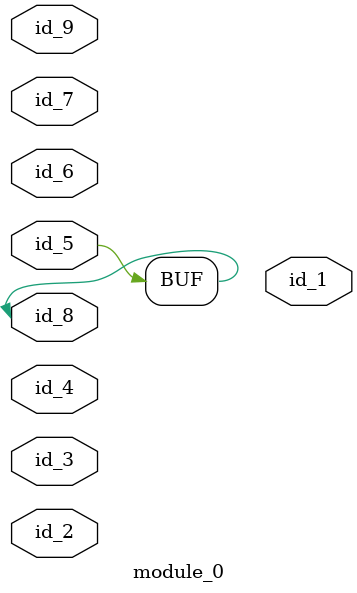
<source format=v>
`define pp_9 0
module module_0 (
    id_1,
    id_2,
    id_3,
    id_4,
    id_5,
    id_6,
    id_7,
    id_8,
    id_9
);
  inout id_9;
  inout id_8;
  inout id_7;
  inout id_6;
  input id_5;
  inout id_4;
  input id_3;
  input id_2;
  output id_1;
  assign id_8 = id_5[(1'b0)];
endmodule

</source>
